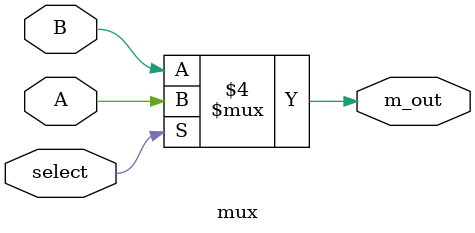
<source format=v>
module mux(m_out,A,B,select);
output m_out;
input A,B,select;
reg m_out;
	always @(A or B or select)
	if(select==1)
		m_out=A;
	else
		m_out=B;
endmodule
</source>
